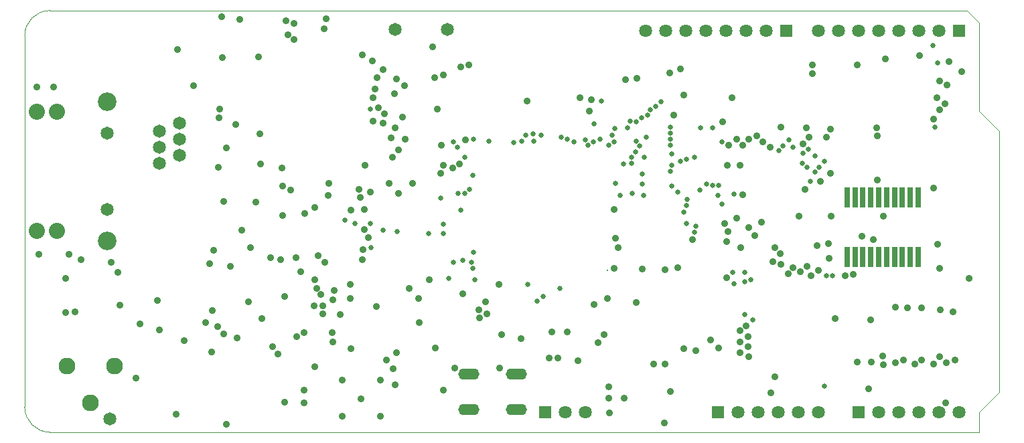
<source format=gbs>
%FSLAX25Y25*%
%MOIN*%
G70*
G01*
G75*
G04 Layer_Color=6063849*
%ADD10C,0.01400*%
%ADD11R,0.11811X0.06299*%
%ADD12R,0.24410X0.22835*%
%ADD13R,0.05118X0.07087*%
%ADD14R,0.03543X0.01969*%
%ADD15O,0.06693X0.01181*%
%ADD16R,0.07087X0.05118*%
%ADD17R,0.04724X0.05512*%
%ADD18R,0.05512X0.04724*%
%ADD19R,0.21654X0.07874*%
%ADD20O,0.02165X0.05906*%
%ADD21O,0.00984X0.06102*%
%ADD22O,0.06102X0.00984*%
%ADD23R,0.02165X0.05709*%
%ADD24R,0.05118X0.05906*%
%ADD25R,0.02756X0.01575*%
%ADD26O,0.08661X0.02362*%
%ADD27C,0.01000*%
%ADD28C,0.00500*%
%ADD29C,0.02000*%
%ADD30C,0.00300*%
%ADD31C,0.07874*%
%ADD32R,0.05906X0.05906*%
%ADD33C,0.05906*%
%ADD34C,0.06000*%
%ADD35C,0.08700*%
%ADD36C,0.07500*%
%ADD37O,0.10000X0.05000*%
%ADD38C,0.03000*%
%ADD39C,0.02000*%
%ADD40C,0.12500*%
%ADD41C,0.04000*%
%ADD42C,0.07400*%
G04:AMPARAMS|DCode=43|XSize=90mil|YSize=90mil|CornerRadius=0mil|HoleSize=0mil|Usage=FLASHONLY|Rotation=0.000|XOffset=0mil|YOffset=0mil|HoleType=Round|Shape=Relief|Width=8mil|Gap=10mil|Entries=4|*
%AMTHD43*
7,0,0,0.09000,0.07000,0.00800,45*
%
%ADD43THD43*%
%ADD44C,0.05943*%
G04:AMPARAMS|DCode=45|XSize=75.433mil|YSize=75.433mil|CornerRadius=0mil|HoleSize=0mil|Usage=FLASHONLY|Rotation=0.000|XOffset=0mil|YOffset=0mil|HoleType=Round|Shape=Relief|Width=8mil|Gap=10mil|Entries=4|*
%AMTHD45*
7,0,0,0.07543,0.05543,0.00800,45*
%
%ADD45THD45*%
%ADD46C,0.07100*%
%ADD47C,0.12400*%
%ADD48C,0.05900*%
%ADD49C,0.08600*%
%ADD50C,0.15200*%
G04:AMPARAMS|DCode=51|XSize=75mil|YSize=75mil|CornerRadius=0mil|HoleSize=0mil|Usage=FLASHONLY|Rotation=0.000|XOffset=0mil|YOffset=0mil|HoleType=Round|Shape=Relief|Width=8mil|Gap=10mil|Entries=4|*
%AMTHD51*
7,0,0,0.07500,0.05500,0.00800,45*
%
%ADD51THD51*%
G04:AMPARAMS|DCode=52|XSize=56mil|YSize=56mil|CornerRadius=0mil|HoleSize=0mil|Usage=FLASHONLY|Rotation=0.000|XOffset=0mil|YOffset=0mil|HoleType=Round|Shape=Relief|Width=8mil|Gap=10mil|Entries=4|*
%AMTHD52*
7,0,0,0.05600,0.03600,0.00800,45*
%
%ADD52THD52*%
%ADD53C,0.04000*%
%ADD54C,0.03400*%
G04:AMPARAMS|DCode=55|XSize=50mil|YSize=50mil|CornerRadius=0mil|HoleSize=0mil|Usage=FLASHONLY|Rotation=0.000|XOffset=0mil|YOffset=0mil|HoleType=Round|Shape=Relief|Width=8mil|Gap=10mil|Entries=4|*
%AMTHD55*
7,0,0,0.05000,0.03000,0.00800,45*
%
%ADD55THD55*%
%ADD56C,0.14900*%
%ADD57R,0.02402X0.09843*%
%ADD58C,0.01969*%
%ADD59C,0.00984*%
%ADD60C,0.02362*%
%ADD61C,0.00394*%
%ADD62C,0.00787*%
%ADD63C,0.01181*%
%ADD64R,0.12311X0.06799*%
%ADD65R,0.24910X0.23335*%
%ADD66R,0.05618X0.07587*%
%ADD67R,0.03740X0.02165*%
%ADD68O,0.07193X0.01681*%
%ADD69R,0.07587X0.05618*%
%ADD70R,0.05224X0.06012*%
%ADD71R,0.06012X0.05224*%
%ADD72R,0.22154X0.08374*%
%ADD73O,0.02665X0.06406*%
%ADD74O,0.01484X0.06602*%
%ADD75O,0.06602X0.01484*%
%ADD76R,0.02665X0.06209*%
%ADD77R,0.05618X0.06406*%
%ADD78R,0.03256X0.02075*%
%ADD79O,0.09161X0.02862*%
%ADD80C,0.08374*%
%ADD81R,0.06406X0.06406*%
%ADD82C,0.06406*%
%ADD83C,0.00500*%
%ADD84C,0.06500*%
%ADD85C,0.09200*%
%ADD86C,0.08000*%
%ADD87O,0.10500X0.05500*%
%ADD88C,0.03500*%
%ADD89C,0.02500*%
%ADD90C,0.00800*%
%ADD91R,0.02902X0.10343*%
D30*
X347500Y335417D02*
G03*
X335000Y322917I0J-12500D01*
G01*
Y137917D02*
G03*
X347500Y125417I12500J0D01*
G01*
X810000Y285417D02*
Y329417D01*
X347500Y335417D02*
X804000D01*
X810000Y329417D01*
X335000Y137917D02*
Y322917D01*
X347500Y125417D02*
X810000D01*
Y135417D02*
X820000Y145417D01*
Y275417D01*
X810000Y285417D02*
X820000Y275417D01*
X810000Y125417D02*
Y135417D01*
D80*
X367789Y139913D02*
D03*
X355978Y158417D02*
D03*
X379600D02*
D03*
D81*
X594000Y135417D02*
D03*
X714000Y325417D02*
D03*
X800000D02*
D03*
X750000Y135417D02*
D03*
X680000D02*
D03*
D82*
X604000D02*
D03*
X614000D02*
D03*
X704000Y325417D02*
D03*
X694000D02*
D03*
X684000D02*
D03*
X674000D02*
D03*
X664000D02*
D03*
X654000D02*
D03*
X644000D02*
D03*
X790000D02*
D03*
X780000D02*
D03*
X770000D02*
D03*
X760000D02*
D03*
X750000D02*
D03*
X740000D02*
D03*
X730000D02*
D03*
X760000Y135417D02*
D03*
X770000D02*
D03*
X780000D02*
D03*
X790000D02*
D03*
X800000D02*
D03*
X690000D02*
D03*
X700000D02*
D03*
X710000D02*
D03*
X720000D02*
D03*
X730000D02*
D03*
D83*
X744283Y227417D02*
D03*
X779716D02*
D03*
X728063D02*
D03*
X795937D02*
D03*
D84*
X412000Y279417D02*
D03*
Y271417D02*
D03*
Y263417D02*
D03*
X402000Y275417D02*
D03*
Y267417D02*
D03*
Y259417D02*
D03*
X376000Y236417D02*
D03*
Y274417D02*
D03*
X377500Y131917D02*
D03*
X545500Y325917D02*
D03*
X519500D02*
D03*
D85*
X376000Y220817D02*
D03*
Y290017D02*
D03*
D86*
X351000Y225817D02*
D03*
X341000D02*
D03*
X351000Y285017D02*
D03*
X341000D02*
D03*
D87*
X579811Y136559D02*
D03*
Y154276D02*
D03*
X556189Y136559D02*
D03*
Y154276D02*
D03*
D88*
X502500Y142000D02*
D03*
X510000Y188000D02*
D03*
X355500Y184917D02*
D03*
X512000Y133417D02*
D03*
X493000Y151417D02*
D03*
Y133417D02*
D03*
X512000Y151417D02*
D03*
X464500Y140417D02*
D03*
X435500Y129417D02*
D03*
X474000Y139917D02*
D03*
Y146417D02*
D03*
X515000Y161417D02*
D03*
X543500Y146417D02*
D03*
X531457Y179917D02*
D03*
X597500Y175417D02*
D03*
X571500Y157295D02*
D03*
X653500Y129917D02*
D03*
X787500Y246917D02*
D03*
X735500Y211917D02*
D03*
X684500Y202417D02*
D03*
X707500Y210417D02*
D03*
X790500Y206917D02*
D03*
X691500Y217417D02*
D03*
X789500Y218917D02*
D03*
X757500Y221417D02*
D03*
X762500Y232917D02*
D03*
X711000Y214417D02*
D03*
X708500Y217417D02*
D03*
X736500Y232917D02*
D03*
X720500D02*
D03*
X508500Y291917D02*
D03*
X511000Y286917D02*
D03*
X428000Y165417D02*
D03*
X729500Y218417D02*
D03*
X738500Y181917D02*
D03*
X747500Y203917D02*
D03*
X798000Y161417D02*
D03*
X790496Y162913D02*
D03*
X727000Y308417D02*
D03*
X626000Y134917D02*
D03*
X381500Y204917D02*
D03*
X427000Y209417D02*
D03*
X623500Y173917D02*
D03*
X787500Y281417D02*
D03*
X790500Y300417D02*
D03*
X789000Y291917D02*
D03*
X780500Y312917D02*
D03*
X790500Y285917D02*
D03*
X736000Y254417D02*
D03*
X701803Y230114D02*
D03*
X730000Y205917D02*
D03*
X706000Y267417D02*
D03*
X564500Y190417D02*
D03*
X565000Y184417D02*
D03*
X561000Y186417D02*
D03*
X561500Y182417D02*
D03*
X600500Y162417D02*
D03*
X596000D02*
D03*
X549000Y157417D02*
D03*
X539500Y167417D02*
D03*
X684500Y220417D02*
D03*
X519500Y148917D02*
D03*
X749500Y308417D02*
D03*
X431500Y257417D02*
D03*
X538000Y317417D02*
D03*
X539000Y301917D02*
D03*
X442000Y330917D02*
D03*
X433000Y332417D02*
D03*
X551500Y258917D02*
D03*
X731000Y250417D02*
D03*
X542500Y268417D02*
D03*
X617000Y290917D02*
D03*
X684809Y258226D02*
D03*
X691009D02*
D03*
X685000Y225417D02*
D03*
X698500Y223296D02*
D03*
X479000Y188417D02*
D03*
X483500D02*
D03*
X482500Y193917D02*
D03*
X483500Y184417D02*
D03*
X585000Y290417D02*
D03*
X504500Y258417D02*
D03*
X470500Y172917D02*
D03*
X755000Y146917D02*
D03*
X516500Y249417D02*
D03*
X528000Y249417D02*
D03*
X708244Y153173D02*
D03*
X658000Y283417D02*
D03*
X431750Y282167D02*
D03*
X401000Y190917D02*
D03*
X488043Y174960D02*
D03*
X683500Y229417D02*
D03*
X689500Y231917D02*
D03*
X653709Y206208D02*
D03*
X616000Y285417D02*
D03*
X503000Y211417D02*
D03*
X504000Y236417D02*
D03*
X497500Y235917D02*
D03*
X639500Y189917D02*
D03*
X625000Y191917D02*
D03*
X692354Y243772D02*
D03*
X548000Y256917D02*
D03*
X611500Y291917D02*
D03*
X479500Y237417D02*
D03*
X502000Y242417D02*
D03*
X695504Y227413D02*
D03*
X518000Y262417D02*
D03*
X540500Y286417D02*
D03*
X552000Y307417D02*
D03*
X556000Y308417D02*
D03*
X510500Y301917D02*
D03*
X513500Y305917D02*
D03*
X524000Y297917D02*
D03*
X543500Y303417D02*
D03*
X461000Y164417D02*
D03*
X470000Y212417D02*
D03*
X464500Y192917D02*
D03*
X484500Y209917D02*
D03*
X663000Y293417D02*
D03*
X660000Y207417D02*
D03*
X661500Y306417D02*
D03*
X656000Y304417D02*
D03*
X759500Y272917D02*
D03*
X736000Y276417D02*
D03*
X492000Y183917D02*
D03*
X517500Y271917D02*
D03*
X523000Y282417D02*
D03*
X514000Y283917D02*
D03*
X509500Y296417D02*
D03*
X520000Y301417D02*
D03*
X519000Y293917D02*
D03*
X768250Y187667D02*
D03*
X691000Y165167D02*
D03*
X680535Y167383D02*
D03*
X695500Y162917D02*
D03*
X695000Y167917D02*
D03*
X691000Y170417D02*
D03*
X695000Y172917D02*
D03*
X691000Y175917D02*
D03*
X694000Y178417D02*
D03*
X749500Y160417D02*
D03*
X756500Y160500D02*
D03*
X762209Y163209D02*
D03*
X768500Y159917D02*
D03*
X772500Y161417D02*
D03*
X787496Y159413D02*
D03*
X618500Y188917D02*
D03*
X620500Y169917D02*
D03*
X518500Y156917D02*
D03*
X572500Y173917D02*
D03*
X610500Y160917D02*
D03*
X633500Y142417D02*
D03*
X625709D02*
D03*
X648209Y159417D02*
D03*
X625709Y147917D02*
D03*
X653709Y159417D02*
D03*
X656500Y145709D02*
D03*
X663209Y166917D02*
D03*
X437500Y207917D02*
D03*
X363000Y211417D02*
D03*
X410500Y134417D02*
D03*
X488500Y170417D02*
D03*
X474500Y234417D02*
D03*
X479500Y201417D02*
D03*
X536291D02*
D03*
X669000Y165917D02*
D03*
X480250Y197167D02*
D03*
X726500Y203417D02*
D03*
X724500Y207917D02*
D03*
X721209Y205417D02*
D03*
X717500Y207417D02*
D03*
X519500Y276917D02*
D03*
X521000Y265917D02*
D03*
X524500Y271417D02*
D03*
X513500Y279417D02*
D03*
X452000Y273917D02*
D03*
X486000Y243417D02*
D03*
X439890Y278527D02*
D03*
X486500Y249417D02*
D03*
X435500Y266917D02*
D03*
X467500Y245917D02*
D03*
X463000Y256917D02*
D03*
X452500Y258917D02*
D03*
X462500Y211417D02*
D03*
X472346Y205264D02*
D03*
X489000Y195917D02*
D03*
X526500Y196917D02*
D03*
X488500Y191417D02*
D03*
X497000Y191917D02*
D03*
X497043Y198960D02*
D03*
X793795Y160122D02*
D03*
X778000Y159417D02*
D03*
X781500Y161417D02*
D03*
X639788Y301705D02*
D03*
X634000Y300917D02*
D03*
X722500Y268917D02*
D03*
X702500Y269917D02*
D03*
X725500Y272417D02*
D03*
X724000Y276917D02*
D03*
X692500Y268417D02*
D03*
X699500Y272917D02*
D03*
X695500Y271417D02*
D03*
X689500D02*
D03*
X685500Y268417D02*
D03*
X711500Y208917D02*
D03*
X628500Y206917D02*
D03*
X723500Y246417D02*
D03*
X531000Y191917D02*
D03*
X543500Y258417D02*
D03*
X542000Y254417D02*
D03*
X554500Y270917D02*
D03*
X682500Y279917D02*
D03*
X711500Y277417D02*
D03*
X667500Y221417D02*
D03*
X629000Y221917D02*
D03*
X628500Y236417D02*
D03*
X805000Y201917D02*
D03*
X440791Y172209D02*
D03*
X453000Y181917D02*
D03*
X458500Y167917D02*
D03*
X501500Y246417D02*
D03*
X507000Y244917D02*
D03*
X801500Y304917D02*
D03*
X781500Y187417D02*
D03*
X763500Y311417D02*
D03*
X735000Y219417D02*
D03*
X743500Y203417D02*
D03*
X795000Y309917D02*
D03*
X793000Y288917D02*
D03*
X503500Y216417D02*
D03*
X474000Y174917D02*
D03*
X479500Y157917D02*
D03*
X355500Y201874D02*
D03*
X382500Y188791D02*
D03*
X520000Y164917D02*
D03*
X497500Y166917D02*
D03*
X553000Y194417D02*
D03*
X582000Y171917D02*
D03*
X433500Y311917D02*
D03*
X432000Y286417D02*
D03*
X463543Y247874D02*
D03*
X521000Y244417D02*
D03*
X508421Y280496D02*
D03*
X676500Y171417D02*
D03*
X605000Y175417D02*
D03*
X706500Y144917D02*
D03*
X715055Y204362D02*
D03*
X630500Y217417D02*
D03*
X642291Y206626D02*
D03*
X762299Y159000D02*
D03*
X793500Y139917D02*
D03*
X756000Y181417D02*
D03*
X774500Y187417D02*
D03*
X796945Y185417D02*
D03*
X790646Y186417D02*
D03*
X734000Y272417D02*
D03*
X687000Y291917D02*
D03*
X727000Y303917D02*
D03*
X751709Y222917D02*
D03*
X759500Y250917D02*
D03*
X759000Y277063D02*
D03*
X349500Y297417D02*
D03*
X434000Y174417D02*
D03*
X425000Y179917D02*
D03*
X431000Y177917D02*
D03*
X428500Y185917D02*
D03*
X446500Y190417D02*
D03*
X457500Y212217D02*
D03*
X447500Y217417D02*
D03*
X429000Y215917D02*
D03*
X508000Y310417D02*
D03*
X465000Y330417D02*
D03*
X469000Y328917D02*
D03*
X503000Y313417D02*
D03*
X469012Y320929D02*
D03*
X485000Y331417D02*
D03*
X483941Y326359D02*
D03*
X451500Y312417D02*
D03*
X434000Y240417D02*
D03*
X419000Y297917D02*
D03*
X411000Y315917D02*
D03*
X571000Y198917D02*
D03*
X481000Y213417D02*
D03*
X442957Y225874D02*
D03*
X463500Y233417D02*
D03*
X504000Y226417D02*
D03*
X506000Y222417D02*
D03*
X450000Y239917D02*
D03*
X341000Y297417D02*
D03*
X357000Y213917D02*
D03*
X342000D02*
D03*
X378000Y209917D02*
D03*
X414500Y170917D02*
D03*
X402000Y176417D02*
D03*
X392500Y179417D02*
D03*
X360000Y185417D02*
D03*
X793987Y298430D02*
D03*
X390500Y152417D02*
D03*
X466000Y323417D02*
D03*
D89*
X688000Y199417D02*
D03*
X601481Y196936D02*
D03*
X696500Y201417D02*
D03*
X693500Y204917D02*
D03*
Y200417D02*
D03*
X788000Y277417D02*
D03*
X734000Y203417D02*
D03*
X737182Y203217D02*
D03*
X693500Y183917D02*
D03*
X687500Y204917D02*
D03*
X642500Y253917D02*
D03*
Y248917D02*
D03*
X726000Y250417D02*
D03*
X728500Y254917D02*
D03*
X722000Y259417D02*
D03*
X722500Y264417D02*
D03*
X728500Y262917D02*
D03*
X733000Y260417D02*
D03*
X725000Y266417D02*
D03*
X554000Y244417D02*
D03*
X682000Y269917D02*
D03*
X677500Y276917D02*
D03*
X671500D02*
D03*
X656500Y255417D02*
D03*
X657000Y263917D02*
D03*
Y258417D02*
D03*
X643500Y262417D02*
D03*
X639000Y264917D02*
D03*
X641000Y267917D02*
D03*
X639500Y270417D02*
D03*
X635000Y276917D02*
D03*
X628247Y270117D02*
D03*
X637000Y262417D02*
D03*
X657000Y247917D02*
D03*
X643000Y243417D02*
D03*
X637000Y259417D02*
D03*
X625850Y268417D02*
D03*
X661500Y260417D02*
D03*
X656500Y271417D02*
D03*
Y277417D02*
D03*
X677500Y248417D02*
D03*
X680500D02*
D03*
X680000Y243417D02*
D03*
X671000Y245917D02*
D03*
X664877Y241295D02*
D03*
X663000Y235167D02*
D03*
X629000Y249417D02*
D03*
X633000Y258917D02*
D03*
X558000Y253417D02*
D03*
X730500Y257417D02*
D03*
X710313Y265816D02*
D03*
X618000Y269917D02*
D03*
X548500D02*
D03*
X656500Y274417D02*
D03*
X644500Y272417D02*
D03*
X628671Y276746D02*
D03*
X637500Y244417D02*
D03*
X656500Y268417D02*
D03*
X566000Y270417D02*
D03*
X558500Y271417D02*
D03*
X550709Y244417D02*
D03*
X552000Y235917D02*
D03*
X674500Y248917D02*
D03*
X664500Y261417D02*
D03*
X668500Y262402D02*
D03*
X627500Y273417D02*
D03*
X639500Y279917D02*
D03*
X636500Y280417D02*
D03*
X642000Y281917D02*
D03*
X651650Y290067D02*
D03*
X649175Y287592D02*
D03*
X646500Y285917D02*
D03*
X645000Y283417D02*
D03*
X664500Y238417D02*
D03*
X548500Y209917D02*
D03*
X697500Y181417D02*
D03*
X724500Y257417D02*
D03*
X557911Y207006D02*
D03*
X553000Y210917D02*
D03*
X554000Y262417D02*
D03*
X542000Y241917D02*
D03*
X550500Y267417D02*
D03*
X669000Y227917D02*
D03*
X668500Y224917D02*
D03*
X664500Y229417D02*
D03*
X717500Y267417D02*
D03*
X715500Y270917D02*
D03*
X712500Y267917D02*
D03*
X556500Y246417D02*
D03*
X622000Y290417D02*
D03*
X682000Y238917D02*
D03*
X621500Y271417D02*
D03*
X618500Y278917D02*
D03*
X614000Y270917D02*
D03*
X688000Y243917D02*
D03*
X660000Y244917D02*
D03*
X602000Y272417D02*
D03*
X605000Y271417D02*
D03*
X631500Y243417D02*
D03*
X615500Y268417D02*
D03*
X589962Y190634D02*
D03*
X585500Y198917D02*
D03*
X593150Y192917D02*
D03*
X787000Y317917D02*
D03*
X789500Y309417D02*
D03*
X558500Y214917D02*
D03*
X559000Y201417D02*
D03*
X557500Y209917D02*
D03*
X507000Y286401D02*
D03*
X733000Y148417D02*
D03*
X608500Y269917D02*
D03*
X578318Y269735D02*
D03*
X582500Y270417D02*
D03*
X584500Y273417D02*
D03*
X592000D02*
D03*
X588000Y273917D02*
D03*
X588500Y270417D02*
D03*
X536000Y224417D02*
D03*
X543500D02*
D03*
X546000Y201917D02*
D03*
X507500Y217417D02*
D03*
X543500Y228917D02*
D03*
X513500Y225917D02*
D03*
X520500Y225417D02*
D03*
X499500Y229417D02*
D03*
X494500Y230917D02*
D03*
X507000Y229417D02*
D03*
D90*
X625000Y205917D02*
D03*
D91*
X775779Y212653D02*
D03*
X779716D02*
D03*
Y242181D02*
D03*
X775779D02*
D03*
X767906D02*
D03*
X771842D02*
D03*
Y212653D02*
D03*
X767906D02*
D03*
X752157D02*
D03*
X756095D02*
D03*
Y242181D02*
D03*
X752157D02*
D03*
X760032D02*
D03*
X763969D02*
D03*
Y212653D02*
D03*
X760032D02*
D03*
X744283Y242181D02*
D03*
X748220D02*
D03*
Y212653D02*
D03*
X744283D02*
D03*
M02*

</source>
